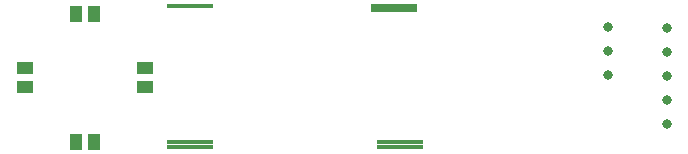
<source format=gts>
G04*
G04 #@! TF.GenerationSoftware,Altium Limited,Altium Designer,20.1.14 (287)*
G04*
G04 Layer_Color=8388736*
%FSLAX24Y24*%
%MOIN*%
G70*
G04*
G04 #@! TF.SameCoordinates,A941D497-83B8-4645-9806-60D24E8B5C7E*
G04*
G04*
G04 #@! TF.FilePolarity,Negative*
G04*
G01*
G75*
%ADD17R,0.1580X0.0180*%
%ADD18R,0.0572X0.0395*%
%ADD19R,0.0395X0.0572*%
%ADD20C,0.0320*%
D17*
X10500Y-2200D02*
D03*
X3500D02*
D03*
X10500Y-2350D02*
D03*
X3500D02*
D03*
Y2350D02*
D03*
X10300Y2350D02*
D03*
Y2200D02*
D03*
D18*
X2000Y-365D02*
D03*
Y265D02*
D03*
X-2000Y-365D02*
D03*
Y265D02*
D03*
D19*
X315Y2080D02*
D03*
X-315D02*
D03*
X315Y-2180D02*
D03*
X-315D02*
D03*
D20*
X19400Y-1600D02*
D03*
X17449Y32D02*
D03*
X19400Y0D02*
D03*
X17449Y832D02*
D03*
Y1632D02*
D03*
X19400Y1600D02*
D03*
Y800D02*
D03*
Y-800D02*
D03*
M02*

</source>
